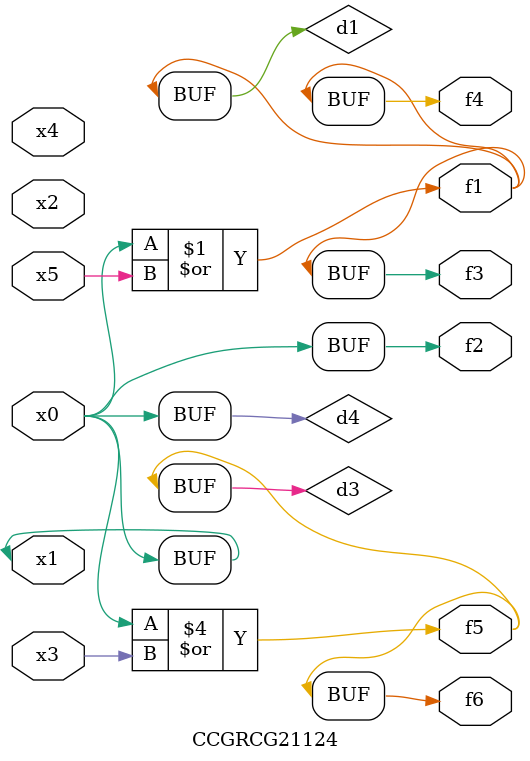
<source format=v>
module CCGRCG21124(
	input x0, x1, x2, x3, x4, x5,
	output f1, f2, f3, f4, f5, f6
);

	wire d1, d2, d3, d4;

	or (d1, x0, x5);
	xnor (d2, x1, x4);
	or (d3, x0, x3);
	buf (d4, x0, x1);
	assign f1 = d1;
	assign f2 = d4;
	assign f3 = d1;
	assign f4 = d1;
	assign f5 = d3;
	assign f6 = d3;
endmodule

</source>
